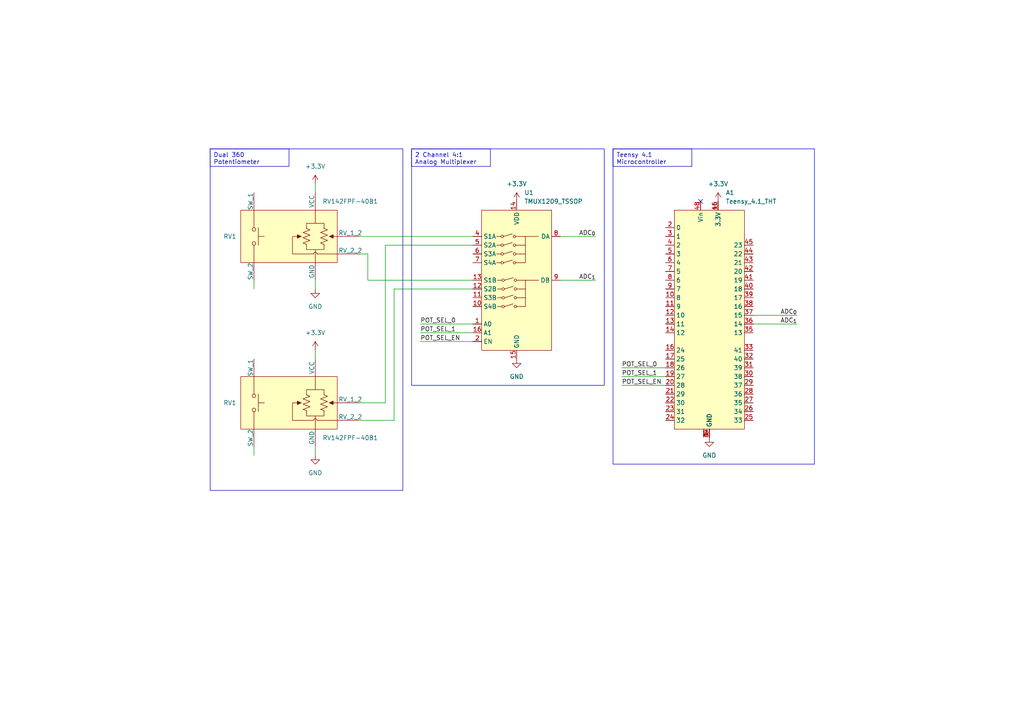
<source format=kicad_sch>
(kicad_sch (version 20230121) (generator eeschema)
  (paper "A4")
  (lib_symbols
    (symbol "MPP_Analog_Switch:TMUX1209_TSSOP"
      (property "Reference" "U" (at 2.286 24.384 0))
      (property "Value" "TMUX1209_TSSOP" (at 10.16 22.098 0))
      (symbol "TMUX1209_TSSOP_0_1"
        (circle (center -4.191 5.08) (radius 0.3592))
        (circle (center -4.191 7.62) (radius 0.3592))
        (circle (center -4.191 10.16) (radius 0.3592))
        (circle (center -4.191 12.7) (radius 0.3592))
        (circle (center -3.937 -7.62) (radius 0.3592))
        (circle (center -3.937 -5.08) (radius 0.3592))
        (circle (center -3.937 -2.54) (radius 0.3592))
        (circle (center -3.937 0) (radius 0.3592))
        (circle (center -0.635 5.08) (radius 0.3592))
        (circle (center -0.635 7.62) (radius 0.3592))
        (circle (center -0.635 10.16) (radius 0.3592))
        (circle (center -0.635 12.7) (radius 0.3592))
        (circle (center -0.381 -7.62) (radius 0.3592))
        (circle (center -0.381 -5.08) (radius 0.3592))
        (circle (center -0.381 -2.54) (radius 0.3592))
        (circle (center -0.381 0) (radius 0.3592))
        (polyline (pts (xy -5.842 5.08) (xy -4.572 5.08)))
        (polyline (pts (xy -5.842 7.62) (xy -4.572 7.62)))
        (polyline (pts (xy -5.842 10.16) (xy -4.572 10.16)))
        (polyline (pts (xy -5.842 12.7) (xy -4.572 12.7)))
        (polyline (pts (xy -5.588 -7.62) (xy -4.318 -7.62)))
        (polyline (pts (xy -5.588 -5.08) (xy -4.318 -5.08)))
        (polyline (pts (xy -5.588 -2.54) (xy -4.318 -2.54)))
        (polyline (pts (xy -5.588 0) (xy -4.318 0)))
        (polyline (pts (xy -3.81 5.08) (xy -1.27 5.842)))
        (polyline (pts (xy -3.81 7.62) (xy -1.27 8.382)))
        (polyline (pts (xy -3.81 10.16) (xy -1.27 10.922)))
        (polyline (pts (xy -3.81 12.7) (xy -1.27 13.462)))
        (polyline (pts (xy -3.556 -7.62) (xy -1.016 -6.858)))
        (polyline (pts (xy -3.556 -5.08) (xy -1.016 -4.318)))
        (polyline (pts (xy -3.556 -2.54) (xy -1.016 -1.778)))
        (polyline (pts (xy -3.556 0) (xy -1.016 0.762)))
        (polyline (pts (xy 1.016 5.08) (xy -0.254 5.08)))
        (polyline (pts (xy 1.016 7.62) (xy -0.254 7.62)))
        (polyline (pts (xy 1.016 7.62) (xy 2.54 7.62)))
        (polyline (pts (xy 1.016 10.16) (xy -0.254 10.16)))
        (polyline (pts (xy 1.016 10.16) (xy 2.54 10.16)))
        (polyline (pts (xy 1.016 12.7) (xy -0.254 12.7)))
        (polyline (pts (xy 1.27 -7.62) (xy 0 -7.62)))
        (polyline (pts (xy 1.27 -5.08) (xy 0 -5.08)))
        (polyline (pts (xy 1.27 -5.08) (xy 2.54 -5.08)))
        (polyline (pts (xy 1.27 -2.54) (xy 0 -2.54)))
        (polyline (pts (xy 1.27 -2.54) (xy 2.54 -2.54)))
        (polyline (pts (xy 1.27 0) (xy 0 0)))
        (polyline (pts (xy 6.35 0) (xy 2.413 0)))
        (polyline (pts (xy 6.35 12.7) (xy 2.413 12.7)))
        (polyline (pts (xy 1.016 12.7) (xy 2.54 12.7) (xy 2.54 5.08) (xy 1.016 5.08)))
        (polyline (pts (xy 1.27 0) (xy 2.54 0) (xy 2.54 -7.62) (xy 1.27 -7.62)))
      )
      (symbol "TMUX1209_TSSOP_1_1"
        (rectangle (start -10.16 20.32) (end 10.16 -20.32) (fill (type background)))
        (pin input line (at -12.7 -12.7 0) (length 2.54) (name "A0") (number "1"))
        (pin bidirectional line (at -12.7 -7.62 0) (length 2.54) (name "S4B") (number "10"))
        (pin bidirectional line (at -12.7 -5.08 0) (length 2.54) (name "S3B") (number "11"))
        (pin bidirectional line (at -12.7 -2.54 0) (length 2.54) (name "S2B") (number "12"))
        (pin bidirectional line (at -12.7 0 0) (length 2.54) (name "S1B") (number "13"))
        (pin power_in line (at 0 22.86 270) (length 2.54) (name "VDD") (number "14"))
        (pin power_in line (at 0 -22.86 90) (length 2.54) (name "GND") (number "15"))
        (pin input line (at -12.7 -15.24 0) (length 2.54) (name "A1") (number "16"))
        (pin input line (at -12.7 -17.78 0) (length 2.54) (name "EN") (number "2"))
        (pin bidirectional line (at -12.7 12.7 0) (length 2.54) (name "S1A") (number "4"))
        (pin bidirectional line (at -12.7 10.16 0) (length 2.54) (name "S2A") (number "5"))
        (pin bidirectional line (at -12.7 7.62 0) (length 2.54) (name "S3A") (number "6"))
        (pin bidirectional line (at -12.7 5.08 0) (length 2.54) (name "S4A") (number "7"))
        (pin bidirectional line (at 12.7 12.7 180) (length 2.54) (name "DA") (number "8"))
        (pin bidirectional line (at 12.7 0 180) (length 2.54) (name "DB") (number "9"))
      )
    )
    (symbol "MPP_Device:RV142FPF-40B1" (pin_numbers hide) (pin_names (offset 0))
      (property "Reference" "RV" (at -5.08 8.89 0))
      (property "Value" "RV142FPF-40B1" (at -15.875 0 90))
      (symbol "RV142FPF-40B1_0_1"
        (circle (center -10.16 -2.032) (radius 0.508))
        (circle (center -10.16 2.032) (radius 0.508))
        (polyline (pts (xy -10.16 -2.54) (xy -10.16 -7.62)))
        (polyline (pts (xy -10.16 2.54) (xy -10.16 7.62)))
        (polyline (pts (xy -8.89 -2.54) (xy -8.89 2.54)))
        (polyline (pts (xy -8.89 0) (xy -7.112 0)))
        (polyline (pts (xy 5.08 -2.286) (xy 5.08 -2.54)))
        (polyline (pts (xy 5.08 2.286) (xy 5.08 2.54)))
        (polyline (pts (xy 7.62 -3.81) (xy 7.62 -7.62)))
        (polyline (pts (xy 7.62 3.81) (xy 7.62 7.62)))
        (polyline (pts (xy 10.16 -2.286) (xy 10.16 -2.54)))
        (polyline (pts (xy 10.16 2.286) (xy 10.16 2.54)))
        (polyline (pts (xy 12.7 0) (xy 15.24 0)))
        (polyline (pts (xy 15.24 -5.08) (xy 8.128 -5.08)))
        (polyline (pts (xy 2.54 0) (xy 1.016 0) (xy 1.016 -5.08) (xy 7.112 -5.08)))
        (polyline (pts (xy 3.556 0) (xy 2.413 -0.508) (xy 2.413 0.508) (xy 3.556 0)) (fill (type outline)))
        (polyline (pts (xy 5.08 -2.54) (xy 5.08 -3.81) (xy 10.16 -3.81) (xy 10.16 -2.54)))
        (polyline (pts (xy 5.08 2.54) (xy 5.08 3.81) (xy 10.16 3.81) (xy 10.16 2.54)))
        (polyline (pts (xy 11.684 0) (xy 12.827 0.508) (xy 12.827 -0.508) (xy 11.684 0)) (fill (type outline)))
        (polyline (pts (xy 5.08 -0.762) (xy 6.096 -1.143) (xy 5.08 -1.524) (xy 4.064 -1.905) (xy 5.08 -2.286)))
        (polyline (pts (xy 5.08 0.762) (xy 6.096 0.381) (xy 5.08 0) (xy 4.064 -0.381) (xy 5.08 -0.762)))
        (polyline (pts (xy 5.08 2.286) (xy 6.096 1.905) (xy 5.08 1.524) (xy 4.064 1.143) (xy 5.08 0.762)))
        (polyline (pts (xy 10.16 -0.762) (xy 11.176 -1.143) (xy 10.16 -1.524) (xy 9.144 -1.905) (xy 10.16 -2.286)))
        (polyline (pts (xy 10.16 0.762) (xy 11.176 0.381) (xy 10.16 0) (xy 9.144 -0.381) (xy 10.16 -0.762)))
        (polyline (pts (xy 10.16 2.286) (xy 11.176 1.905) (xy 10.16 1.524) (xy 9.144 1.143) (xy 10.16 0.762)))
        (arc (start 7.62 -4.572) (mid 7.2608 -4.7208) (end 7.112 -5.08))
        (arc (start 8.128 -5.08) (mid 7.9792 -4.7208) (end 7.62 -4.572))
      )
      (symbol "RV142FPF-40B1_1_1"
        (rectangle (start -13.97 7.62) (end 13.97 -7.62) (fill (type background)))
        (pin passive line (at 7.62 -12.7 90) (length 5.08) (name "GND") (number "1"))
        (pin passive line (at 20.32 0 180) (length 5.08) (name "RV_1_2") (number "2"))
        (pin passive line (at 7.62 12.7 270) (length 5.08) (name "VCC") (number "3"))
        (pin passive line (at 20.32 -5.08 180) (length 5.08) (name "RV_2_2") (number "4"))
        (pin passive line (at -10.16 12.7 270) (length 5.08) (name "SW_1") (number "5"))
        (pin passive line (at -10.16 -12.7 90) (length 5.08) (name "SW_2") (number "6"))
      )
    )
    (symbol "MPP_MCU_Module:Teensy_4.1_THT"
      (property "Reference" "A" (at 5.715 32.385 0))
      (property "Value" "Teensy_4.1_THT" (at 12.065 29.845 0))
      (symbol "Teensy_4.1_THT_1_1"
        (rectangle (start -10.16 27.94) (end 10.16 -35.56) (fill (type background)))
        (pin power_out line (at 0 -38.1 90) (length 2.54) (name "GND") (number "1"))
        (pin bidirectional line (at -12.7 2.54 0) (length 2.54) (name "8") (number "10"))
        (pin bidirectional line (at -12.7 0 0) (length 2.54) (name "9") (number "11"))
        (pin bidirectional line (at -12.7 -2.54 0) (length 2.54) (name "10") (number "12"))
        (pin bidirectional line (at -12.7 -5.08 0) (length 2.54) (name "11") (number "13"))
        (pin bidirectional line (at -12.7 -7.62 0) (length 2.54) (name "12") (number "14"))
        (pin power_out line (at 2.54 30.48 270) (length 2.54) (name "3.3V") (number "15"))
        (pin bidirectional line (at -12.7 -12.7 0) (length 2.54) (name "24") (number "16"))
        (pin bidirectional line (at -12.7 -15.24 0) (length 2.54) (name "25") (number "17"))
        (pin bidirectional line (at -12.7 -17.78 0) (length 2.54) (name "26") (number "18"))
        (pin bidirectional line (at -12.7 -20.32 0) (length 2.54) (name "27") (number "19"))
        (pin bidirectional line (at -12.7 22.86 0) (length 2.54) (name "0") (number "2"))
        (pin bidirectional line (at -12.7 -22.86 0) (length 2.54) (name "28") (number "20"))
        (pin bidirectional line (at -12.7 -25.4 0) (length 2.54) (name "29") (number "21"))
        (pin bidirectional line (at -12.7 -27.94 0) (length 2.54) (name "30") (number "22"))
        (pin bidirectional line (at -12.7 -30.48 0) (length 2.54) (name "31") (number "23"))
        (pin bidirectional line (at -12.7 -33.02 0) (length 2.54) (name "32") (number "24"))
        (pin bidirectional line (at 12.7 -33.02 180) (length 2.54) (name "33") (number "25"))
        (pin bidirectional line (at 12.7 -30.48 180) (length 2.54) (name "34") (number "26"))
        (pin bidirectional line (at 12.7 -27.94 180) (length 2.54) (name "35") (number "27"))
        (pin bidirectional line (at 12.7 -25.4 180) (length 2.54) (name "36") (number "28"))
        (pin bidirectional line (at 12.7 -22.86 180) (length 2.54) (name "37") (number "29"))
        (pin bidirectional line (at -12.7 20.32 0) (length 2.54) (name "1") (number "3"))
        (pin bidirectional line (at 12.7 -20.32 180) (length 2.54) (name "38") (number "30"))
        (pin bidirectional line (at 12.7 -17.78 180) (length 2.54) (name "39") (number "31"))
        (pin bidirectional line (at 12.7 -15.24 180) (length 2.54) (name "40") (number "32"))
        (pin bidirectional line (at 12.7 -12.7 180) (length 2.54) (name "41") (number "33"))
        (pin power_out line (at 0 -38.1 90) (length 2.54) (name "GND") (number "34"))
        (pin bidirectional line (at 12.7 -7.62 180) (length 2.54) (name "13") (number "35"))
        (pin bidirectional line (at 12.7 -5.08 180) (length 2.54) (name "14") (number "36"))
        (pin bidirectional line (at 12.7 -2.54 180) (length 2.54) (name "15") (number "37"))
        (pin bidirectional line (at 12.7 0 180) (length 2.54) (name "16") (number "38"))
        (pin bidirectional line (at 12.7 2.54 180) (length 2.54) (name "17") (number "39"))
        (pin bidirectional line (at -12.7 17.78 0) (length 2.54) (name "2") (number "4"))
        (pin bidirectional line (at 12.7 5.08 180) (length 2.54) (name "18") (number "40"))
        (pin bidirectional line (at 12.7 7.62 180) (length 2.54) (name "19") (number "41"))
        (pin bidirectional line (at 12.7 10.16 180) (length 2.54) (name "20") (number "42"))
        (pin bidirectional line (at 12.7 12.7 180) (length 2.54) (name "21") (number "43"))
        (pin bidirectional line (at 12.7 15.24 180) (length 2.54) (name "22") (number "44"))
        (pin bidirectional line (at 12.7 17.78 180) (length 2.54) (name "23") (number "45"))
        (pin power_out line (at 2.54 30.48 270) (length 2.54) (name "3.3V") (number "46"))
        (pin power_out line (at 0 -38.1 90) (length 2.54) (name "GND") (number "47"))
        (pin power_out line (at -2.54 30.48 270) (length 2.54) (name "Vin") (number "48"))
        (pin bidirectional line (at -12.7 15.24 0) (length 2.54) (name "3") (number "5"))
        (pin bidirectional line (at -12.7 12.7 0) (length 2.54) (name "4") (number "6"))
        (pin bidirectional line (at -12.7 10.16 0) (length 2.54) (name "5") (number "7"))
        (pin bidirectional line (at -12.7 7.62 0) (length 2.54) (name "6") (number "8"))
        (pin bidirectional line (at -12.7 5.08 0) (length 2.54) (name "7") (number "9"))
      )
    )
    (symbol "power:+3.3V" (power) (pin_names (offset 0))
      (property "Value" "+3.3V" (at 0 3.556 0))
      (symbol "+3.3V_0_1"
        (polyline (pts (xy -0.762 1.27) (xy 0 2.54)))
        (polyline (pts (xy 0 0) (xy 0 2.54)))
        (polyline (pts (xy 0 2.54) (xy 0.762 1.27)))
      )
      (symbol "+3.3V_1_1"
        (pin power_in line (at 0 0 90) (length 0) hide (name "+3.3V") (number "1"))
      )
    )
    (symbol "power:GND" (power) (pin_names (offset 0))
      (property "Value" "GND" (at 0 -3.81 0))
      (symbol "GND_0_1"
        (polyline (pts (xy 0 0) (xy 0 -1.27) (xy 1.27 -1.27) (xy 0 -2.54) (xy -1.27 -1.27) (xy 0 -1.27)))
      )
      (symbol "GND_1_1"
        (pin power_in line (at 0 0 270) (length 0) hide (name "GND") (number "1"))
      )
    )
  )
  (no_connect (at 203.2 58.42))
  (wire (pts (xy 91.44 129.54) (xy 91.44 132.08)))
  (wire (pts (xy 91.44 53.34) (xy 91.44 55.88)))
  (wire (pts (xy 106.68 73.66) (xy 104.14 73.66)))
  (wire (pts (xy 114.3 83.82) (xy 137.16 83.82)))
  (wire (pts (xy 104.14 121.92) (xy 114.3 121.92)))
  (wire (pts (xy 91.44 101.6) (xy 91.44 104.14)))
  (wire (pts (xy 180.34 106.68) (xy 193.04 106.68)))
  (wire (pts (xy 114.3 121.92) (xy 114.3 83.82)))
  (wire (pts (xy 106.68 81.28) (xy 137.16 81.28)))
  (wire (pts (xy 73.66 81.28) (xy 73.66 83.82)))
  (wire (pts (xy 111.76 71.12) (xy 137.16 71.12)))
  (wire (pts (xy 180.34 111.76) (xy 193.04 111.76)))
  (wire (pts (xy 104.14 116.84) (xy 111.76 116.84)))
  (wire (pts (xy 104.14 68.58) (xy 137.16 68.58)))
  (wire (pts (xy 91.44 81.28) (xy 91.44 83.82)))
  (wire (pts (xy 73.66 129.54) (xy 73.66 132.08)))
  (wire (pts (xy 106.68 81.28) (xy 106.68 73.66)))
  (wire (pts (xy 218.44 93.98) (xy 231.14 93.98)))
  (wire (pts (xy 121.92 93.98) (xy 137.16 93.98)))
  (wire (pts (xy 162.56 81.28) (xy 172.72 81.28)))
  (wire (pts (xy 121.92 99.06) (xy 137.16 99.06)))
  (wire (pts (xy 121.92 96.52) (xy 137.16 96.52)))
  (wire (pts (xy 111.76 116.84) (xy 111.76 71.12)))
  (wire (pts (xy 162.56 68.58) (xy 172.72 68.58)))
  (wire (pts (xy 218.44 91.44) (xy 231.14 91.44)))
  (wire (pts (xy 180.34 109.22) (xy 193.04 109.22)))
  (rectangle (start 119.38 43.18) (end 175.26 111.76))
  (rectangle (start 60.96 43.18) (end 116.84 142.24))
  (rectangle (start 177.8 43.18) (end 236.22 134.62))
  (text_box "Teensy 4.1 Microcontroller\n" (at 177.8 43.18 0) (size 22.86 5.08) (effects (font (size 1.27 1.27)) (justify left top)))
  (text_box "Dual 360 Potentiometer" (at 60.96 43.18 0) (size 22.86 5.08) (effects (font (size 1.27 1.27)) (justify left top)))
  (text_box "2 Channel 4:1 Analog Multiplexer\n" (at 119.38 43.18 0) (size 22.86 5.08) (effects (font (size 1.27 1.27)) (justify left top)))
  (label "ADC_{1}" (at 172.72 81.28 180))
  (label "ADC_{1}" (at 231.14 93.98 180))
  (label "ADC_{0}" (at 231.14 91.44 180))
  (label "POT_SEL_0" (at 180.34 106.68 0))
  (label "POT_SEL_0" (at 121.92 93.98 0))
  (label "POT_SEL_1" (at 180.34 109.22 0))
  (label "POT_SEL_1" (at 121.92 96.52 0))
  (label "POT_SEL_EN" (at 121.92 99.06 0))
  (label "POT_SEL_EN" (at 180.34 111.76 0))
  (label "ADC_{0}" (at 172.72 68.58 180))
  (symbol (lib_id "MPP_Analog_Switch:TMUX1209_TSSOP") (at 149.86 81.28 0) (unit 1)
    (property "Reference" "U1" (at 152.0541 55.88 0) (effects (justify left)))
    (property "Value" "TMUX1209_TSSOP" (at 152.0541 58.42 0) (effects (justify left)))
    (property "Footprint" "Package_SO:TSSOP-16_4.4x5mm_P0.65mm" (effects hide))
    (property "Datasheet" "https://www.ti.com/lit/ds/symlink/tmux1209.pdf?ts=1711160247100&ref_url=https%253A%252F%252Fwww.ti.com%252Fproduct%252FTMUX1209" (effects hide))
    (instances (project "midi-controller_pot-board_teensy" (path "" (reference "U1") (unit 1))) (project "midi-controller_pot-subcircuit_diagram" (path "" (reference "U1") (unit 1)) (path "" (reference "U1") (unit 1)) (path "" (reference "U2") (unit 1))))
  )
  (symbol (lib_id "MPP_Device:RV142FPF-40B1") (at 83.82 68.58 0) (unit 1)
    (property "Reference" "RV1" (at 68.58 68.58 0) (effects (justify right)))
    (property "Value" "RV142FPF-40B1" (at 101.6 58.42 0))
    (property "Footprint" "MPP_Potentiometer_THT:RV142FPF-40B1" (effects hide))
    (property "Datasheet" "http://www.taiwanalpha.com/downloads?target=products&id=93" (effects hide))
    (instances (project "midi-controller-pcb" (path "" (reference "RV1") (unit 1))) (project "midi-controller_pot-board_teensy" (path "" (reference "RV1") (unit 1))) (project "midi-controller_pot-subcircuit_diagram" (path "" (reference "RV1") (unit 1)) (path "" (reference "RV1") (unit 1)) (path "" (reference "RV2") (unit 1))))
  )
  (symbol (lib_id "power:+3.3V") (at 149.86 58.42 0) (unit 1)
    (property "Reference" "#PWR087" (effects hide))
    (property "Value" "+3.3V" (at 149.86 53.34 0))
    (instances (project "midi-controller_pot-board_teensy" (path "" (reference "#PWR087") (unit 1))) (project "midi-controller_pot-subcircuit_diagram" (path "" (reference "#PWR07") (unit 1)) (path "" (reference "#PWR03") (unit 1)) (path "" (reference "#PWR09") (unit 1))))
  )
  (symbol (lib_id "power:GND") (at 149.86 104.14 0) (unit 1)
    (property "Reference" "#PWR088" (effects hide))
    (property "Value" "GND" (at 149.86 109.22 0))
    (instances (project "midi-controller_pot-board_teensy" (path "" (reference "#PWR088") (unit 1))) (project "midi-controller_pot-subcircuit_diagram" (path "" (reference "#PWR08") (unit 1)) (path "" (reference "#PWR04") (unit 1)) (path "" (reference "#PWR010") (unit 1))))
  )
  (symbol (lib_id "MPP_MCU_Module:Teensy_4.1_THT") (at 205.74 88.9 0) (unit 1)
    (property "Reference" "A1" (at 210.4741 55.88 0) (effects (justify left)))
    (property "Value" "Teensy_4.1_THT" (at 210.4741 58.42 0) (effects (justify left)))
    (property "Footprint" "MPP_Module:Teensy_4.1_THT" (effects hide))
    (property "Datasheet" "https://www.pjrc.com/teensy/pinout.html" (effects hide))
    (instances (project "midi-controller_control-board_teensy" (path "" (reference "A1") (unit 1))) (project "midi-controller_pot-subcircuit_diagram" (path "" (reference "A1") (unit 1)) (path "" (reference "A1") (unit 1)) (path "" (reference "A2") (unit 1))))
  )
  (symbol (lib_id "power:GND") (at 91.44 132.08 0) (unit 1)
    (property "Reference" "#PWR05" (effects hide))
    (property "Value" "GND" (at 91.44 137.16 0))
    (instances (project "midi-controller_pot-board_teensy" (path "" (reference "#PWR05") (unit 1))) (project "midi-controller_pot-subcircuit_diagram" (path "" (reference "#PWR02") (unit 1)) (path "" (reference "#PWR02") (unit 1)) (path "" (reference "#PWR014") (unit 1))))
  )
  (symbol (lib_id "power:GND") (at 205.74 127 0) (unit 1)
    (property "Reference" "#PWR012" (effects hide))
    (property "Value" "GND" (at 205.74 132.08 0))
    (instances (project "midi-controller_control-board_teensy" (path "" (reference "#PWR012") (unit 1))) (project "midi-controller_pot-subcircuit_diagram" (path "" (reference "#PWR061") (unit 1)) (path "" (reference "#PWR05") (unit 1)) (path "" (reference "#PWR011") (unit 1))))
  )
  (symbol (lib_id "power:+3.3V") (at 208.28 58.42 0) (unit 1)
    (property "Reference" "#PWR011" (effects hide))
    (property "Value" "+3.3V" (at 208.28 53.34 0))
    (instances (project "midi-controller_control-board_teensy" (path "" (reference "#PWR011") (unit 1))) (project "midi-controller_pot-subcircuit_diagram" (path "" (reference "#PWR062") (unit 1)) (path "" (reference "#PWR06") (unit 1)) (path "" (reference "#PWR012") (unit 1))))
  )
  (symbol (lib_id "power:+3.3V") (at 91.44 53.34 0) (unit 1)
    (property "Reference" "#PWR02" (effects hide))
    (property "Value" "+3.3V" (at 91.44 48.26 0))
    (instances (project "midi-controller_pot-board_teensy" (path "" (reference "#PWR02") (unit 1))) (project "midi-controller_pot-subcircuit_diagram" (path "" (reference "#PWR01") (unit 1)) (path "" (reference "#PWR01") (unit 1)) (path "" (reference "#PWR07") (unit 1))))
  )
  (symbol (lib_id "power:GND") (at 91.44 83.82 0) (unit 1)
    (property "Reference" "#PWR05" (effects hide))
    (property "Value" "GND" (at 91.44 88.9 0))
    (instances (project "midi-controller_pot-board_teensy" (path "" (reference "#PWR05") (unit 1))) (project "midi-controller_pot-subcircuit_diagram" (path "" (reference "#PWR02") (unit 1)) (path "" (reference "#PWR02") (unit 1)) (path "" (reference "#PWR08") (unit 1))))
  )
  (symbol (lib_id "MPP_Device:RV142FPF-40B1") (at 83.82 116.84 0) (unit 1)
    (property "Reference" "RV1" (at 68.58 116.84 0) (effects (justify right)))
    (property "Value" "RV142FPF-40B1" (at 101.6 127 0))
    (property "Footprint" "MPP_Potentiometer_THT:RV142FPF-40B1" (effects hide))
    (property "Datasheet" "http://www.taiwanalpha.com/downloads?target=products&id=93" (effects hide))
    (instances (project "midi-controller-pcb" (path "" (reference "RV1") (unit 1))) (project "midi-controller_pot-board_teensy" (path "" (reference "RV1") (unit 1))) (project "midi-controller_pot-subcircuit_diagram" (path "" (reference "RV1") (unit 1)) (path "" (reference "RV1") (unit 1)) (path "" (reference "RV3") (unit 1))))
  )
  (symbol (lib_id "power:+3.3V") (at 91.44 101.6 0) (unit 1)
    (property "Reference" "#PWR02" (effects hide))
    (property "Value" "+3.3V" (at 91.44 96.52 0))
    (instances (project "midi-controller_pot-board_teensy" (path "" (reference "#PWR02") (unit 1))) (project "midi-controller_pot-subcircuit_diagram" (path "" (reference "#PWR01") (unit 1)) (path "" (reference "#PWR01") (unit 1)) (path "" (reference "#PWR013") (unit 1))))
  )
)
</source>
